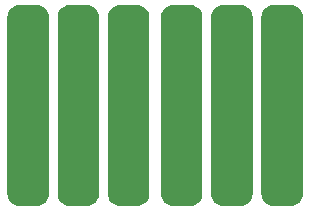
<source format=gbr>
G04 EAGLE Gerber RS-274X export*
G75*
%MOMM*%
%FSLAX34Y34*%
%LPD*%
%INSoldermask Bottom*%
%IPPOS*%
%AMOC8*
5,1,8,0,0,1.08239X$1,22.5*%
G01*

G36*
X197503Y39953D02*
X197503Y39953D01*
X197504Y39951D01*
X199241Y40103D01*
X199246Y40107D01*
X199249Y40104D01*
X200933Y40556D01*
X200937Y40561D01*
X200941Y40558D01*
X202521Y41295D01*
X202524Y41301D01*
X202528Y41299D01*
X203956Y42299D01*
X203958Y42305D01*
X203963Y42305D01*
X205195Y43537D01*
X205196Y43544D01*
X205201Y43544D01*
X206201Y44972D01*
X206200Y44978D01*
X206205Y44979D01*
X206942Y46559D01*
X206940Y46565D01*
X206945Y46567D01*
X206963Y46635D01*
X207016Y46832D01*
X207068Y47029D01*
X207121Y47226D01*
X207161Y47374D01*
X207174Y47423D01*
X207214Y47571D01*
X207266Y47768D01*
X207319Y47965D01*
X207372Y48162D01*
X207396Y48251D01*
X207393Y48257D01*
X207397Y48259D01*
X207549Y49996D01*
X207547Y49999D01*
X207549Y50000D01*
X207549Y200000D01*
X207547Y200003D01*
X207549Y200004D01*
X207397Y201741D01*
X207393Y201746D01*
X207396Y201749D01*
X206945Y203433D01*
X206939Y203437D01*
X206942Y203441D01*
X206205Y205021D01*
X206199Y205024D01*
X206201Y205028D01*
X205201Y206456D01*
X205195Y206458D01*
X205195Y206463D01*
X203963Y207695D01*
X203956Y207696D01*
X203956Y207701D01*
X202528Y208701D01*
X202522Y208700D01*
X202521Y208705D01*
X200941Y209442D01*
X200935Y209440D01*
X200933Y209445D01*
X199249Y209896D01*
X199243Y209893D01*
X199241Y209897D01*
X197504Y210049D01*
X197501Y210047D01*
X197500Y210049D01*
X182500Y210049D01*
X182497Y210047D01*
X182496Y210049D01*
X180759Y209897D01*
X180754Y209893D01*
X180751Y209896D01*
X179067Y209445D01*
X179063Y209439D01*
X179059Y209442D01*
X177479Y208705D01*
X177476Y208699D01*
X177472Y208701D01*
X176044Y207701D01*
X176042Y207695D01*
X176037Y207695D01*
X174805Y206463D01*
X174804Y206456D01*
X174799Y206456D01*
X173799Y205028D01*
X173800Y205022D01*
X173795Y205021D01*
X173058Y203441D01*
X173060Y203435D01*
X173056Y203433D01*
X173027Y203326D01*
X173014Y203277D01*
X172974Y203129D01*
X172921Y202932D01*
X172869Y202735D01*
X172816Y202538D01*
X172776Y202391D01*
X172763Y202341D01*
X172723Y202194D01*
X172671Y201997D01*
X172618Y201800D01*
X172604Y201749D01*
X172607Y201743D01*
X172603Y201741D01*
X172451Y200004D01*
X172453Y200001D01*
X172451Y200000D01*
X172451Y50000D01*
X172453Y49997D01*
X172451Y49996D01*
X172603Y48259D01*
X172607Y48254D01*
X172604Y48251D01*
X173056Y46567D01*
X173061Y46563D01*
X173058Y46559D01*
X173795Y44979D01*
X173801Y44976D01*
X173799Y44972D01*
X174799Y43544D01*
X174805Y43542D01*
X174805Y43537D01*
X176037Y42305D01*
X176044Y42304D01*
X176044Y42299D01*
X177472Y41299D01*
X177478Y41300D01*
X177479Y41295D01*
X179059Y40558D01*
X179065Y40560D01*
X179067Y40556D01*
X180751Y40104D01*
X180757Y40107D01*
X180759Y40103D01*
X182496Y39951D01*
X182499Y39953D01*
X182500Y39951D01*
X197500Y39951D01*
X197503Y39953D01*
G37*
G36*
X110003Y39953D02*
X110003Y39953D01*
X110004Y39951D01*
X111741Y40103D01*
X111746Y40107D01*
X111749Y40104D01*
X113433Y40556D01*
X113437Y40561D01*
X113441Y40558D01*
X115021Y41295D01*
X115024Y41301D01*
X115028Y41299D01*
X116456Y42299D01*
X116458Y42305D01*
X116463Y42305D01*
X117695Y43537D01*
X117696Y43544D01*
X117701Y43544D01*
X118701Y44972D01*
X118700Y44978D01*
X118705Y44979D01*
X119442Y46559D01*
X119440Y46565D01*
X119445Y46567D01*
X119463Y46635D01*
X119516Y46832D01*
X119568Y47029D01*
X119621Y47226D01*
X119661Y47374D01*
X119674Y47423D01*
X119714Y47571D01*
X119766Y47768D01*
X119819Y47965D01*
X119872Y48162D01*
X119896Y48251D01*
X119893Y48257D01*
X119897Y48259D01*
X120049Y49996D01*
X120047Y49999D01*
X120049Y50000D01*
X120049Y200000D01*
X120047Y200003D01*
X120049Y200004D01*
X119897Y201741D01*
X119893Y201746D01*
X119896Y201749D01*
X119445Y203433D01*
X119439Y203437D01*
X119442Y203441D01*
X118705Y205021D01*
X118699Y205024D01*
X118701Y205028D01*
X117701Y206456D01*
X117695Y206458D01*
X117695Y206463D01*
X116463Y207695D01*
X116456Y207696D01*
X116456Y207701D01*
X115028Y208701D01*
X115022Y208700D01*
X115021Y208705D01*
X113441Y209442D01*
X113435Y209440D01*
X113433Y209445D01*
X111749Y209896D01*
X111743Y209893D01*
X111741Y209897D01*
X110004Y210049D01*
X110001Y210047D01*
X110000Y210049D01*
X95000Y210049D01*
X94997Y210047D01*
X94996Y210049D01*
X93259Y209897D01*
X93254Y209893D01*
X93251Y209896D01*
X91567Y209445D01*
X91563Y209439D01*
X91559Y209442D01*
X89979Y208705D01*
X89976Y208699D01*
X89972Y208701D01*
X88544Y207701D01*
X88542Y207695D01*
X88537Y207695D01*
X87305Y206463D01*
X87304Y206456D01*
X87299Y206456D01*
X86299Y205028D01*
X86300Y205022D01*
X86295Y205021D01*
X85558Y203441D01*
X85560Y203435D01*
X85556Y203433D01*
X85527Y203326D01*
X85514Y203277D01*
X85474Y203129D01*
X85421Y202932D01*
X85369Y202735D01*
X85316Y202538D01*
X85276Y202391D01*
X85263Y202341D01*
X85223Y202194D01*
X85171Y201997D01*
X85118Y201800D01*
X85104Y201749D01*
X85107Y201743D01*
X85103Y201741D01*
X84951Y200004D01*
X84953Y200001D01*
X84951Y200000D01*
X84951Y50000D01*
X84953Y49997D01*
X84951Y49996D01*
X85103Y48259D01*
X85107Y48254D01*
X85104Y48251D01*
X85556Y46567D01*
X85561Y46563D01*
X85558Y46559D01*
X86295Y44979D01*
X86301Y44976D01*
X86299Y44972D01*
X87299Y43544D01*
X87305Y43542D01*
X87305Y43537D01*
X88537Y42305D01*
X88544Y42304D01*
X88544Y42299D01*
X89972Y41299D01*
X89978Y41300D01*
X89979Y41295D01*
X91559Y40558D01*
X91565Y40560D01*
X91567Y40556D01*
X93251Y40104D01*
X93257Y40107D01*
X93259Y40103D01*
X94996Y39951D01*
X94999Y39953D01*
X95000Y39951D01*
X110000Y39951D01*
X110003Y39953D01*
G37*
G36*
X67503Y39953D02*
X67503Y39953D01*
X67504Y39951D01*
X69241Y40103D01*
X69246Y40107D01*
X69249Y40104D01*
X70933Y40556D01*
X70937Y40561D01*
X70941Y40558D01*
X72521Y41295D01*
X72524Y41301D01*
X72528Y41299D01*
X73956Y42299D01*
X73958Y42305D01*
X73963Y42305D01*
X75195Y43537D01*
X75196Y43544D01*
X75201Y43544D01*
X76201Y44972D01*
X76200Y44978D01*
X76205Y44979D01*
X76942Y46559D01*
X76940Y46565D01*
X76945Y46567D01*
X76963Y46635D01*
X77016Y46832D01*
X77068Y47029D01*
X77121Y47226D01*
X77161Y47374D01*
X77174Y47423D01*
X77214Y47571D01*
X77266Y47768D01*
X77319Y47965D01*
X77372Y48162D01*
X77396Y48251D01*
X77393Y48257D01*
X77397Y48259D01*
X77549Y49996D01*
X77547Y49999D01*
X77549Y50000D01*
X77549Y200000D01*
X77547Y200003D01*
X77549Y200004D01*
X77397Y201741D01*
X77393Y201746D01*
X77396Y201749D01*
X76945Y203433D01*
X76939Y203437D01*
X76942Y203441D01*
X76205Y205021D01*
X76199Y205024D01*
X76201Y205028D01*
X75201Y206456D01*
X75195Y206458D01*
X75195Y206463D01*
X73963Y207695D01*
X73956Y207696D01*
X73956Y207701D01*
X72528Y208701D01*
X72522Y208700D01*
X72521Y208705D01*
X70941Y209442D01*
X70935Y209440D01*
X70933Y209445D01*
X69249Y209896D01*
X69243Y209893D01*
X69241Y209897D01*
X67504Y210049D01*
X67501Y210047D01*
X67500Y210049D01*
X52500Y210049D01*
X52497Y210047D01*
X52496Y210049D01*
X50759Y209897D01*
X50754Y209893D01*
X50751Y209896D01*
X49067Y209445D01*
X49063Y209439D01*
X49059Y209442D01*
X47479Y208705D01*
X47476Y208699D01*
X47472Y208701D01*
X46044Y207701D01*
X46042Y207695D01*
X46037Y207695D01*
X44805Y206463D01*
X44804Y206456D01*
X44799Y206456D01*
X43799Y205028D01*
X43800Y205022D01*
X43795Y205021D01*
X43058Y203441D01*
X43060Y203435D01*
X43056Y203433D01*
X43027Y203326D01*
X43014Y203277D01*
X42974Y203129D01*
X42921Y202932D01*
X42869Y202735D01*
X42816Y202538D01*
X42776Y202391D01*
X42763Y202341D01*
X42723Y202194D01*
X42671Y201997D01*
X42618Y201800D01*
X42604Y201749D01*
X42607Y201743D01*
X42603Y201741D01*
X42451Y200004D01*
X42453Y200001D01*
X42451Y200000D01*
X42451Y50000D01*
X42453Y49997D01*
X42451Y49996D01*
X42603Y48259D01*
X42607Y48254D01*
X42604Y48251D01*
X43056Y46567D01*
X43061Y46563D01*
X43058Y46559D01*
X43795Y44979D01*
X43801Y44976D01*
X43799Y44972D01*
X44799Y43544D01*
X44805Y43542D01*
X44805Y43537D01*
X46037Y42305D01*
X46044Y42304D01*
X46044Y42299D01*
X47472Y41299D01*
X47478Y41300D01*
X47479Y41295D01*
X49059Y40558D01*
X49065Y40560D01*
X49067Y40556D01*
X50751Y40104D01*
X50757Y40107D01*
X50759Y40103D01*
X52496Y39951D01*
X52499Y39953D01*
X52500Y39951D01*
X67500Y39951D01*
X67503Y39953D01*
G37*
G36*
X240003Y39953D02*
X240003Y39953D01*
X240004Y39951D01*
X241741Y40103D01*
X241746Y40107D01*
X241749Y40104D01*
X243433Y40556D01*
X243437Y40561D01*
X243441Y40558D01*
X245021Y41295D01*
X245024Y41301D01*
X245028Y41299D01*
X246456Y42299D01*
X246458Y42305D01*
X246463Y42305D01*
X247695Y43537D01*
X247696Y43544D01*
X247701Y43544D01*
X248701Y44972D01*
X248700Y44978D01*
X248705Y44979D01*
X249442Y46559D01*
X249440Y46565D01*
X249445Y46567D01*
X249463Y46635D01*
X249516Y46832D01*
X249568Y47029D01*
X249621Y47226D01*
X249661Y47374D01*
X249674Y47423D01*
X249714Y47571D01*
X249766Y47768D01*
X249819Y47965D01*
X249872Y48162D01*
X249896Y48251D01*
X249893Y48257D01*
X249897Y48259D01*
X250049Y49996D01*
X250047Y49999D01*
X250049Y50000D01*
X250049Y200000D01*
X250047Y200003D01*
X250049Y200004D01*
X249897Y201741D01*
X249893Y201746D01*
X249896Y201749D01*
X249445Y203433D01*
X249439Y203437D01*
X249442Y203441D01*
X248705Y205021D01*
X248699Y205024D01*
X248701Y205028D01*
X247701Y206456D01*
X247695Y206458D01*
X247695Y206463D01*
X246463Y207695D01*
X246456Y207696D01*
X246456Y207701D01*
X245028Y208701D01*
X245022Y208700D01*
X245021Y208705D01*
X243441Y209442D01*
X243435Y209440D01*
X243433Y209445D01*
X241749Y209896D01*
X241743Y209893D01*
X241741Y209897D01*
X240004Y210049D01*
X240001Y210047D01*
X240000Y210049D01*
X225000Y210049D01*
X224997Y210047D01*
X224996Y210049D01*
X223259Y209897D01*
X223254Y209893D01*
X223251Y209896D01*
X221567Y209445D01*
X221563Y209439D01*
X221559Y209442D01*
X219979Y208705D01*
X219976Y208699D01*
X219972Y208701D01*
X218544Y207701D01*
X218542Y207695D01*
X218537Y207695D01*
X217305Y206463D01*
X217304Y206456D01*
X217299Y206456D01*
X216299Y205028D01*
X216300Y205022D01*
X216295Y205021D01*
X215558Y203441D01*
X215560Y203435D01*
X215556Y203433D01*
X215527Y203326D01*
X215514Y203277D01*
X215474Y203129D01*
X215421Y202932D01*
X215369Y202735D01*
X215316Y202538D01*
X215276Y202391D01*
X215263Y202341D01*
X215223Y202194D01*
X215171Y201997D01*
X215118Y201800D01*
X215104Y201749D01*
X215107Y201743D01*
X215103Y201741D01*
X214951Y200004D01*
X214953Y200001D01*
X214951Y200000D01*
X214951Y50000D01*
X214953Y49997D01*
X214951Y49996D01*
X215103Y48259D01*
X215107Y48254D01*
X215104Y48251D01*
X215556Y46567D01*
X215561Y46563D01*
X215558Y46559D01*
X216295Y44979D01*
X216301Y44976D01*
X216299Y44972D01*
X217299Y43544D01*
X217305Y43542D01*
X217305Y43537D01*
X218537Y42305D01*
X218544Y42304D01*
X218544Y42299D01*
X219972Y41299D01*
X219978Y41300D01*
X219979Y41295D01*
X221559Y40558D01*
X221565Y40560D01*
X221567Y40556D01*
X223251Y40104D01*
X223257Y40107D01*
X223259Y40103D01*
X224996Y39951D01*
X224999Y39953D01*
X225000Y39951D01*
X240000Y39951D01*
X240003Y39953D01*
G37*
G36*
X155003Y39953D02*
X155003Y39953D01*
X155004Y39951D01*
X156741Y40103D01*
X156746Y40107D01*
X156749Y40104D01*
X158433Y40556D01*
X158437Y40561D01*
X158441Y40558D01*
X160021Y41295D01*
X160024Y41301D01*
X160028Y41299D01*
X161456Y42299D01*
X161458Y42305D01*
X161463Y42305D01*
X162695Y43537D01*
X162696Y43544D01*
X162701Y43544D01*
X163701Y44972D01*
X163700Y44978D01*
X163705Y44979D01*
X164442Y46559D01*
X164440Y46565D01*
X164445Y46567D01*
X164463Y46635D01*
X164516Y46832D01*
X164568Y47029D01*
X164621Y47226D01*
X164661Y47374D01*
X164674Y47423D01*
X164714Y47571D01*
X164766Y47768D01*
X164819Y47965D01*
X164872Y48162D01*
X164896Y48251D01*
X164893Y48257D01*
X164897Y48259D01*
X165049Y49996D01*
X165047Y49999D01*
X165049Y50000D01*
X165049Y200000D01*
X165047Y200003D01*
X165049Y200004D01*
X164897Y201741D01*
X164893Y201746D01*
X164896Y201749D01*
X164445Y203433D01*
X164439Y203437D01*
X164442Y203441D01*
X163705Y205021D01*
X163699Y205024D01*
X163701Y205028D01*
X162701Y206456D01*
X162695Y206458D01*
X162695Y206463D01*
X161463Y207695D01*
X161456Y207696D01*
X161456Y207701D01*
X160028Y208701D01*
X160022Y208700D01*
X160021Y208705D01*
X158441Y209442D01*
X158435Y209440D01*
X158433Y209445D01*
X156749Y209896D01*
X156743Y209893D01*
X156741Y209897D01*
X155004Y210049D01*
X155001Y210047D01*
X155000Y210049D01*
X140000Y210049D01*
X139997Y210047D01*
X139996Y210049D01*
X138259Y209897D01*
X138254Y209893D01*
X138251Y209896D01*
X136567Y209445D01*
X136563Y209439D01*
X136559Y209442D01*
X134979Y208705D01*
X134976Y208699D01*
X134972Y208701D01*
X133544Y207701D01*
X133542Y207695D01*
X133537Y207695D01*
X132305Y206463D01*
X132304Y206456D01*
X132299Y206456D01*
X131299Y205028D01*
X131300Y205022D01*
X131295Y205021D01*
X130558Y203441D01*
X130560Y203435D01*
X130556Y203433D01*
X130527Y203326D01*
X130514Y203277D01*
X130474Y203129D01*
X130421Y202932D01*
X130369Y202735D01*
X130316Y202538D01*
X130276Y202391D01*
X130263Y202341D01*
X130223Y202194D01*
X130171Y201997D01*
X130118Y201800D01*
X130104Y201749D01*
X130107Y201743D01*
X130103Y201741D01*
X129951Y200004D01*
X129953Y200001D01*
X129951Y200000D01*
X129951Y50000D01*
X129953Y49997D01*
X129951Y49996D01*
X130103Y48259D01*
X130107Y48254D01*
X130104Y48251D01*
X130556Y46567D01*
X130561Y46563D01*
X130558Y46559D01*
X131295Y44979D01*
X131301Y44976D01*
X131299Y44972D01*
X132299Y43544D01*
X132305Y43542D01*
X132305Y43537D01*
X133537Y42305D01*
X133544Y42304D01*
X133544Y42299D01*
X134972Y41299D01*
X134978Y41300D01*
X134979Y41295D01*
X136559Y40558D01*
X136565Y40560D01*
X136567Y40556D01*
X138251Y40104D01*
X138257Y40107D01*
X138259Y40103D01*
X139996Y39951D01*
X139999Y39953D01*
X140000Y39951D01*
X155000Y39951D01*
X155003Y39953D01*
G37*
G36*
X25003Y39953D02*
X25003Y39953D01*
X25004Y39951D01*
X26741Y40103D01*
X26746Y40107D01*
X26749Y40104D01*
X28433Y40556D01*
X28437Y40561D01*
X28441Y40558D01*
X30021Y41295D01*
X30024Y41301D01*
X30028Y41299D01*
X31456Y42299D01*
X31458Y42305D01*
X31463Y42305D01*
X32695Y43537D01*
X32696Y43544D01*
X32701Y43544D01*
X33701Y44972D01*
X33700Y44978D01*
X33705Y44979D01*
X34442Y46559D01*
X34440Y46565D01*
X34445Y46567D01*
X34463Y46635D01*
X34516Y46832D01*
X34568Y47029D01*
X34621Y47226D01*
X34661Y47374D01*
X34674Y47423D01*
X34714Y47571D01*
X34766Y47768D01*
X34819Y47965D01*
X34872Y48162D01*
X34896Y48251D01*
X34893Y48257D01*
X34897Y48259D01*
X35049Y49996D01*
X35047Y49999D01*
X35049Y50000D01*
X35049Y200000D01*
X35047Y200003D01*
X35049Y200004D01*
X34897Y201741D01*
X34893Y201746D01*
X34896Y201749D01*
X34445Y203433D01*
X34439Y203437D01*
X34442Y203441D01*
X33705Y205021D01*
X33699Y205024D01*
X33701Y205028D01*
X32701Y206456D01*
X32695Y206458D01*
X32695Y206463D01*
X31463Y207695D01*
X31456Y207696D01*
X31456Y207701D01*
X30028Y208701D01*
X30022Y208700D01*
X30021Y208705D01*
X28441Y209442D01*
X28435Y209440D01*
X28433Y209445D01*
X26749Y209896D01*
X26743Y209893D01*
X26741Y209897D01*
X25004Y210049D01*
X25001Y210047D01*
X25000Y210049D01*
X10000Y210049D01*
X9997Y210047D01*
X9996Y210049D01*
X8259Y209897D01*
X8254Y209893D01*
X8251Y209896D01*
X6567Y209445D01*
X6563Y209439D01*
X6559Y209442D01*
X4979Y208705D01*
X4976Y208699D01*
X4972Y208701D01*
X3544Y207701D01*
X3542Y207695D01*
X3537Y207695D01*
X2305Y206463D01*
X2304Y206456D01*
X2299Y206456D01*
X1299Y205028D01*
X1300Y205022D01*
X1295Y205021D01*
X558Y203441D01*
X560Y203435D01*
X556Y203433D01*
X527Y203326D01*
X514Y203277D01*
X474Y203129D01*
X421Y202932D01*
X369Y202735D01*
X316Y202538D01*
X276Y202391D01*
X263Y202341D01*
X223Y202194D01*
X171Y201997D01*
X118Y201800D01*
X104Y201749D01*
X107Y201743D01*
X103Y201741D01*
X-49Y200004D01*
X-47Y200001D01*
X-49Y200000D01*
X-49Y50000D01*
X-47Y49997D01*
X-49Y49996D01*
X103Y48259D01*
X107Y48254D01*
X104Y48251D01*
X556Y46567D01*
X561Y46563D01*
X558Y46559D01*
X1295Y44979D01*
X1301Y44976D01*
X1299Y44972D01*
X2299Y43544D01*
X2305Y43542D01*
X2305Y43537D01*
X3537Y42305D01*
X3544Y42304D01*
X3544Y42299D01*
X4972Y41299D01*
X4978Y41300D01*
X4979Y41295D01*
X6559Y40558D01*
X6565Y40560D01*
X6567Y40556D01*
X8251Y40104D01*
X8257Y40107D01*
X8259Y40103D01*
X9996Y39951D01*
X9999Y39953D01*
X10000Y39951D01*
X25000Y39951D01*
X25003Y39953D01*
G37*
M02*

</source>
